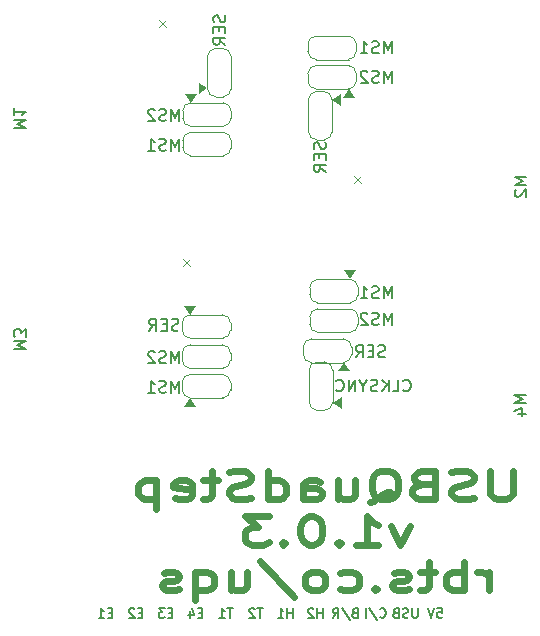
<source format=gbr>
G04 #@! TF.GenerationSoftware,KiCad,Pcbnew,(5.99.0-11678-ga208dac8d8)*
G04 #@! TF.CreationDate,2021-08-12T16:35:18+03:00*
G04 #@! TF.ProjectId,StepperDriverModuleCarrier,53746570-7065-4724-9472-697665724d6f,rev?*
G04 #@! TF.SameCoordinates,Original*
G04 #@! TF.FileFunction,Legend,Bot*
G04 #@! TF.FilePolarity,Positive*
%FSLAX46Y46*%
G04 Gerber Fmt 4.6, Leading zero omitted, Abs format (unit mm)*
G04 Created by KiCad (PCBNEW (5.99.0-11678-ga208dac8d8)) date 2021-08-12 16:35:18*
%MOMM*%
%LPD*%
G01*
G04 APERTURE LIST*
%ADD10C,0.000000*%
%ADD11C,0.150000*%
%ADD12C,0.600000*%
%ADD13C,0.120000*%
G04 APERTURE END LIST*
D10*
G36*
X129150000Y-60750000D02*
G01*
X128150000Y-60750000D01*
X128650000Y-60000000D01*
X129150000Y-60750000D01*
G37*
G36*
X116700000Y-59950000D02*
G01*
X115950000Y-60449999D01*
X115950000Y-59450001D01*
X116700000Y-59950000D01*
G37*
G36*
X115750001Y-86900000D02*
G01*
X114750001Y-86900000D01*
X115250000Y-86150000D01*
X115750001Y-86900000D01*
G37*
G36*
X115250000Y-79100000D02*
G01*
X114749999Y-78350000D01*
X115749999Y-78350000D01*
X115250000Y-79100000D01*
G37*
G36*
X128800000Y-76100000D02*
G01*
X128300001Y-75350000D01*
X129299999Y-75350000D01*
X128800000Y-76100000D01*
G37*
G36*
X128050000Y-87049999D02*
G01*
X127300000Y-86550000D01*
X128050000Y-86049999D01*
X128050000Y-87049999D01*
G37*
G36*
X115300000Y-61150000D02*
G01*
X114799999Y-60400000D01*
X115799999Y-60400000D01*
X115300000Y-61150000D01*
G37*
G36*
X128750001Y-83900000D02*
G01*
X127750001Y-83900000D01*
X128250000Y-83150000D01*
X128750001Y-83900000D01*
G37*
G36*
X128000000Y-61399999D02*
G01*
X127250000Y-60900000D01*
X128000000Y-60400001D01*
X128000000Y-61399999D01*
G37*
D11*
X121386523Y-103955904D02*
X120929380Y-103955904D01*
X121157952Y-104755904D02*
X121157952Y-103955904D01*
X120700809Y-104032095D02*
X120662714Y-103994000D01*
X120586523Y-103955904D01*
X120396047Y-103955904D01*
X120319857Y-103994000D01*
X120281761Y-104032095D01*
X120243666Y-104108285D01*
X120243666Y-104184476D01*
X120281761Y-104298761D01*
X120738904Y-104755904D01*
X120243666Y-104755904D01*
X111169380Y-104336857D02*
X110902714Y-104336857D01*
X110788428Y-104755904D02*
X111169380Y-104755904D01*
X111169380Y-103955904D01*
X110788428Y-103955904D01*
X110483666Y-104032095D02*
X110445571Y-103994000D01*
X110369380Y-103955904D01*
X110178904Y-103955904D01*
X110102714Y-103994000D01*
X110064619Y-104032095D01*
X110026523Y-104108285D01*
X110026523Y-104184476D01*
X110064619Y-104298761D01*
X110521761Y-104755904D01*
X110026523Y-104755904D01*
X131298904Y-104679714D02*
X131337000Y-104717809D01*
X131451285Y-104755904D01*
X131527476Y-104755904D01*
X131641761Y-104717809D01*
X131717952Y-104641619D01*
X131756047Y-104565428D01*
X131794142Y-104413047D01*
X131794142Y-104298761D01*
X131756047Y-104146380D01*
X131717952Y-104070190D01*
X131641761Y-103994000D01*
X131527476Y-103955904D01*
X131451285Y-103955904D01*
X131337000Y-103994000D01*
X131298904Y-104032095D01*
X130384619Y-103917809D02*
X131070333Y-104946380D01*
X130117952Y-104755904D02*
X130117952Y-103955904D01*
X116249380Y-104336857D02*
X115982714Y-104336857D01*
X115868428Y-104755904D02*
X116249380Y-104755904D01*
X116249380Y-103955904D01*
X115868428Y-103955904D01*
X115182714Y-104222571D02*
X115182714Y-104755904D01*
X115373190Y-103917809D02*
X115563666Y-104489238D01*
X115068428Y-104489238D01*
X123926523Y-104755904D02*
X123926523Y-103955904D01*
X123926523Y-104336857D02*
X123469380Y-104336857D01*
X123469380Y-104755904D02*
X123469380Y-103955904D01*
X122669380Y-104755904D02*
X123126523Y-104755904D01*
X122897952Y-104755904D02*
X122897952Y-103955904D01*
X122974142Y-104070190D01*
X123050333Y-104146380D01*
X123126523Y-104184476D01*
X126466523Y-104755904D02*
X126466523Y-103955904D01*
X126466523Y-104336857D02*
X126009380Y-104336857D01*
X126009380Y-104755904D02*
X126009380Y-103955904D01*
X125666523Y-104032095D02*
X125628428Y-103994000D01*
X125552238Y-103955904D01*
X125361761Y-103955904D01*
X125285571Y-103994000D01*
X125247476Y-104032095D01*
X125209380Y-104108285D01*
X125209380Y-104184476D01*
X125247476Y-104298761D01*
X125704619Y-104755904D01*
X125209380Y-104755904D01*
X136169380Y-103955904D02*
X136550333Y-103955904D01*
X136588428Y-104336857D01*
X136550333Y-104298761D01*
X136474142Y-104260666D01*
X136283666Y-104260666D01*
X136207476Y-104298761D01*
X136169380Y-104336857D01*
X136131285Y-104413047D01*
X136131285Y-104603523D01*
X136169380Y-104679714D01*
X136207476Y-104717809D01*
X136283666Y-104755904D01*
X136474142Y-104755904D01*
X136550333Y-104717809D01*
X136588428Y-104679714D01*
X135902714Y-103955904D02*
X135636047Y-104755904D01*
X135369380Y-103955904D01*
X113709380Y-104336857D02*
X113442714Y-104336857D01*
X113328428Y-104755904D02*
X113709380Y-104755904D01*
X113709380Y-103955904D01*
X113328428Y-103955904D01*
X113061761Y-103955904D02*
X112566523Y-103955904D01*
X112833190Y-104260666D01*
X112718904Y-104260666D01*
X112642714Y-104298761D01*
X112604619Y-104336857D01*
X112566523Y-104413047D01*
X112566523Y-104603523D01*
X112604619Y-104679714D01*
X112642714Y-104717809D01*
X112718904Y-104755904D01*
X112947476Y-104755904D01*
X113023666Y-104717809D01*
X113061761Y-104679714D01*
D12*
X142542857Y-92321714D02*
X142542857Y-94264571D01*
X142385714Y-94493142D01*
X142228571Y-94607428D01*
X141914285Y-94721714D01*
X141285714Y-94721714D01*
X140971428Y-94607428D01*
X140814285Y-94493142D01*
X140657142Y-94264571D01*
X140657142Y-92321714D01*
X139242857Y-94607428D02*
X138771428Y-94721714D01*
X137985714Y-94721714D01*
X137671428Y-94607428D01*
X137514285Y-94493142D01*
X137357142Y-94264571D01*
X137357142Y-94036000D01*
X137514285Y-93807428D01*
X137671428Y-93693142D01*
X137985714Y-93578857D01*
X138614285Y-93464571D01*
X138928571Y-93350285D01*
X139085714Y-93236000D01*
X139242857Y-93007428D01*
X139242857Y-92778857D01*
X139085714Y-92550285D01*
X138928571Y-92436000D01*
X138614285Y-92321714D01*
X137828571Y-92321714D01*
X137357142Y-92436000D01*
X134842857Y-93464571D02*
X134371428Y-93578857D01*
X134214285Y-93693142D01*
X134057142Y-93921714D01*
X134057142Y-94264571D01*
X134214285Y-94493142D01*
X134371428Y-94607428D01*
X134685714Y-94721714D01*
X135942857Y-94721714D01*
X135942857Y-92321714D01*
X134842857Y-92321714D01*
X134528571Y-92436000D01*
X134371428Y-92550285D01*
X134214285Y-92778857D01*
X134214285Y-93007428D01*
X134371428Y-93236000D01*
X134528571Y-93350285D01*
X134842857Y-93464571D01*
X135942857Y-93464571D01*
X130442857Y-94950285D02*
X130757142Y-94836000D01*
X131071428Y-94607428D01*
X131542857Y-94264571D01*
X131857142Y-94150285D01*
X132171428Y-94150285D01*
X132014285Y-94721714D02*
X132328571Y-94607428D01*
X132642857Y-94378857D01*
X132800000Y-93921714D01*
X132800000Y-93121714D01*
X132642857Y-92664571D01*
X132328571Y-92436000D01*
X132014285Y-92321714D01*
X131385714Y-92321714D01*
X131071428Y-92436000D01*
X130757142Y-92664571D01*
X130600000Y-93121714D01*
X130600000Y-93921714D01*
X130757142Y-94378857D01*
X131071428Y-94607428D01*
X131385714Y-94721714D01*
X132014285Y-94721714D01*
X127771428Y-93121714D02*
X127771428Y-94721714D01*
X129185714Y-93121714D02*
X129185714Y-94378857D01*
X129028571Y-94607428D01*
X128714285Y-94721714D01*
X128242857Y-94721714D01*
X127928571Y-94607428D01*
X127771428Y-94493142D01*
X124785714Y-94721714D02*
X124785714Y-93464571D01*
X124942857Y-93236000D01*
X125257142Y-93121714D01*
X125885714Y-93121714D01*
X126200000Y-93236000D01*
X124785714Y-94607428D02*
X125100000Y-94721714D01*
X125885714Y-94721714D01*
X126200000Y-94607428D01*
X126357142Y-94378857D01*
X126357142Y-94150285D01*
X126200000Y-93921714D01*
X125885714Y-93807428D01*
X125100000Y-93807428D01*
X124785714Y-93693142D01*
X121800000Y-94721714D02*
X121800000Y-92321714D01*
X121800000Y-94607428D02*
X122114285Y-94721714D01*
X122742857Y-94721714D01*
X123057142Y-94607428D01*
X123214285Y-94493142D01*
X123371428Y-94264571D01*
X123371428Y-93578857D01*
X123214285Y-93350285D01*
X123057142Y-93236000D01*
X122742857Y-93121714D01*
X122114285Y-93121714D01*
X121800000Y-93236000D01*
X120385714Y-94607428D02*
X119914285Y-94721714D01*
X119128571Y-94721714D01*
X118814285Y-94607428D01*
X118657142Y-94493142D01*
X118500000Y-94264571D01*
X118500000Y-94036000D01*
X118657142Y-93807428D01*
X118814285Y-93693142D01*
X119128571Y-93578857D01*
X119757142Y-93464571D01*
X120071428Y-93350285D01*
X120228571Y-93236000D01*
X120385714Y-93007428D01*
X120385714Y-92778857D01*
X120228571Y-92550285D01*
X120071428Y-92436000D01*
X119757142Y-92321714D01*
X118971428Y-92321714D01*
X118500000Y-92436000D01*
X117557142Y-93121714D02*
X116300000Y-93121714D01*
X117085714Y-92321714D02*
X117085714Y-94378857D01*
X116928571Y-94607428D01*
X116614285Y-94721714D01*
X116300000Y-94721714D01*
X113942857Y-94607428D02*
X114257142Y-94721714D01*
X114885714Y-94721714D01*
X115200000Y-94607428D01*
X115357142Y-94378857D01*
X115357142Y-93464571D01*
X115200000Y-93236000D01*
X114885714Y-93121714D01*
X114257142Y-93121714D01*
X113942857Y-93236000D01*
X113785714Y-93464571D01*
X113785714Y-93693142D01*
X115357142Y-93921714D01*
X112371428Y-93121714D02*
X112371428Y-95521714D01*
X112371428Y-93236000D02*
X112057142Y-93121714D01*
X111428571Y-93121714D01*
X111114285Y-93236000D01*
X110957142Y-93350285D01*
X110800000Y-93578857D01*
X110800000Y-94264571D01*
X110957142Y-94493142D01*
X111114285Y-94607428D01*
X111428571Y-94721714D01*
X112057142Y-94721714D01*
X112371428Y-94607428D01*
X133821428Y-96985714D02*
X133035714Y-98585714D01*
X132250000Y-96985714D01*
X129264285Y-98585714D02*
X131150000Y-98585714D01*
X130207142Y-98585714D02*
X130207142Y-96185714D01*
X130521428Y-96528571D01*
X130835714Y-96757142D01*
X131150000Y-96871428D01*
X127850000Y-98357142D02*
X127692857Y-98471428D01*
X127850000Y-98585714D01*
X128007142Y-98471428D01*
X127850000Y-98357142D01*
X127850000Y-98585714D01*
X125650000Y-96185714D02*
X125335714Y-96185714D01*
X125021428Y-96300000D01*
X124864285Y-96414285D01*
X124707142Y-96642857D01*
X124550000Y-97100000D01*
X124550000Y-97671428D01*
X124707142Y-98128571D01*
X124864285Y-98357142D01*
X125021428Y-98471428D01*
X125335714Y-98585714D01*
X125650000Y-98585714D01*
X125964285Y-98471428D01*
X126121428Y-98357142D01*
X126278571Y-98128571D01*
X126435714Y-97671428D01*
X126435714Y-97100000D01*
X126278571Y-96642857D01*
X126121428Y-96414285D01*
X125964285Y-96300000D01*
X125650000Y-96185714D01*
X123135714Y-98357142D02*
X122978571Y-98471428D01*
X123135714Y-98585714D01*
X123292857Y-98471428D01*
X123135714Y-98357142D01*
X123135714Y-98585714D01*
X121878571Y-96185714D02*
X119835714Y-96185714D01*
X120935714Y-97100000D01*
X120464285Y-97100000D01*
X120150000Y-97214285D01*
X119992857Y-97328571D01*
X119835714Y-97557142D01*
X119835714Y-98128571D01*
X119992857Y-98357142D01*
X120150000Y-98471428D01*
X120464285Y-98585714D01*
X121407142Y-98585714D01*
X121721428Y-98471428D01*
X121878571Y-98357142D01*
X140500000Y-102449714D02*
X140500000Y-100849714D01*
X140500000Y-101306857D02*
X140342857Y-101078285D01*
X140185714Y-100964000D01*
X139871428Y-100849714D01*
X139557142Y-100849714D01*
X138457142Y-102449714D02*
X138457142Y-100049714D01*
X138457142Y-100964000D02*
X138142857Y-100849714D01*
X137514285Y-100849714D01*
X137200000Y-100964000D01*
X137042857Y-101078285D01*
X136885714Y-101306857D01*
X136885714Y-101992571D01*
X137042857Y-102221142D01*
X137200000Y-102335428D01*
X137514285Y-102449714D01*
X138142857Y-102449714D01*
X138457142Y-102335428D01*
X135942857Y-100849714D02*
X134685714Y-100849714D01*
X135471428Y-100049714D02*
X135471428Y-102106857D01*
X135314285Y-102335428D01*
X135000000Y-102449714D01*
X134685714Y-102449714D01*
X133742857Y-102335428D02*
X133428571Y-102449714D01*
X132800000Y-102449714D01*
X132485714Y-102335428D01*
X132328571Y-102106857D01*
X132328571Y-101992571D01*
X132485714Y-101764000D01*
X132800000Y-101649714D01*
X133271428Y-101649714D01*
X133585714Y-101535428D01*
X133742857Y-101306857D01*
X133742857Y-101192571D01*
X133585714Y-100964000D01*
X133271428Y-100849714D01*
X132800000Y-100849714D01*
X132485714Y-100964000D01*
X130914285Y-102221142D02*
X130757142Y-102335428D01*
X130914285Y-102449714D01*
X131071428Y-102335428D01*
X130914285Y-102221142D01*
X130914285Y-102449714D01*
X127928571Y-102335428D02*
X128242857Y-102449714D01*
X128871428Y-102449714D01*
X129185714Y-102335428D01*
X129342857Y-102221142D01*
X129500000Y-101992571D01*
X129500000Y-101306857D01*
X129342857Y-101078285D01*
X129185714Y-100964000D01*
X128871428Y-100849714D01*
X128242857Y-100849714D01*
X127928571Y-100964000D01*
X126042857Y-102449714D02*
X126357142Y-102335428D01*
X126514285Y-102221142D01*
X126671428Y-101992571D01*
X126671428Y-101306857D01*
X126514285Y-101078285D01*
X126357142Y-100964000D01*
X126042857Y-100849714D01*
X125571428Y-100849714D01*
X125257142Y-100964000D01*
X125100000Y-101078285D01*
X124942857Y-101306857D01*
X124942857Y-101992571D01*
X125100000Y-102221142D01*
X125257142Y-102335428D01*
X125571428Y-102449714D01*
X126042857Y-102449714D01*
X121171428Y-99935428D02*
X124000000Y-103021142D01*
X118657142Y-100849714D02*
X118657142Y-102449714D01*
X120071428Y-100849714D02*
X120071428Y-102106857D01*
X119914285Y-102335428D01*
X119600000Y-102449714D01*
X119128571Y-102449714D01*
X118814285Y-102335428D01*
X118657142Y-102221142D01*
X115671428Y-100849714D02*
X115671428Y-103249714D01*
X115671428Y-102335428D02*
X115985714Y-102449714D01*
X116614285Y-102449714D01*
X116928571Y-102335428D01*
X117085714Y-102221142D01*
X117242857Y-101992571D01*
X117242857Y-101306857D01*
X117085714Y-101078285D01*
X116928571Y-100964000D01*
X116614285Y-100849714D01*
X115985714Y-100849714D01*
X115671428Y-100964000D01*
X114257142Y-102335428D02*
X113942857Y-102449714D01*
X113314285Y-102449714D01*
X113000000Y-102335428D01*
X112842857Y-102106857D01*
X112842857Y-101992571D01*
X113000000Y-101764000D01*
X113314285Y-101649714D01*
X113785714Y-101649714D01*
X114100000Y-101535428D01*
X114257142Y-101306857D01*
X114257142Y-101192571D01*
X114100000Y-100964000D01*
X113785714Y-100849714D01*
X113314285Y-100849714D01*
X113000000Y-100964000D01*
D11*
X118846523Y-103955904D02*
X118389380Y-103955904D01*
X118617952Y-104755904D02*
X118617952Y-103955904D01*
X117703666Y-104755904D02*
X118160809Y-104755904D01*
X117932238Y-104755904D02*
X117932238Y-103955904D01*
X118008428Y-104070190D01*
X118084619Y-104146380D01*
X118160809Y-104184476D01*
X134486523Y-103955904D02*
X134486523Y-104603523D01*
X134448428Y-104679714D01*
X134410333Y-104717809D01*
X134334142Y-104755904D01*
X134181761Y-104755904D01*
X134105571Y-104717809D01*
X134067476Y-104679714D01*
X134029380Y-104603523D01*
X134029380Y-103955904D01*
X133686523Y-104717809D02*
X133572238Y-104755904D01*
X133381761Y-104755904D01*
X133305571Y-104717809D01*
X133267476Y-104679714D01*
X133229380Y-104603523D01*
X133229380Y-104527333D01*
X133267476Y-104451142D01*
X133305571Y-104413047D01*
X133381761Y-104374952D01*
X133534142Y-104336857D01*
X133610333Y-104298761D01*
X133648428Y-104260666D01*
X133686523Y-104184476D01*
X133686523Y-104108285D01*
X133648428Y-104032095D01*
X133610333Y-103994000D01*
X133534142Y-103955904D01*
X133343666Y-103955904D01*
X133229380Y-103994000D01*
X132619857Y-104336857D02*
X132505571Y-104374952D01*
X132467476Y-104413047D01*
X132429380Y-104489238D01*
X132429380Y-104603523D01*
X132467476Y-104679714D01*
X132505571Y-104717809D01*
X132581761Y-104755904D01*
X132886523Y-104755904D01*
X132886523Y-103955904D01*
X132619857Y-103955904D01*
X132543666Y-103994000D01*
X132505571Y-104032095D01*
X132467476Y-104108285D01*
X132467476Y-104184476D01*
X132505571Y-104260666D01*
X132543666Y-104298761D01*
X132619857Y-104336857D01*
X132886523Y-104336857D01*
X129158904Y-104336857D02*
X129044619Y-104374952D01*
X129006523Y-104413047D01*
X128968428Y-104489238D01*
X128968428Y-104603523D01*
X129006523Y-104679714D01*
X129044619Y-104717809D01*
X129120809Y-104755904D01*
X129425571Y-104755904D01*
X129425571Y-103955904D01*
X129158904Y-103955904D01*
X129082714Y-103994000D01*
X129044619Y-104032095D01*
X129006523Y-104108285D01*
X129006523Y-104184476D01*
X129044619Y-104260666D01*
X129082714Y-104298761D01*
X129158904Y-104336857D01*
X129425571Y-104336857D01*
X128054142Y-103917809D02*
X128739857Y-104946380D01*
X127330333Y-104755904D02*
X127597000Y-104374952D01*
X127787476Y-104755904D02*
X127787476Y-103955904D01*
X127482714Y-103955904D01*
X127406523Y-103994000D01*
X127368428Y-104032095D01*
X127330333Y-104108285D01*
X127330333Y-104222571D01*
X127368428Y-104298761D01*
X127406523Y-104336857D01*
X127482714Y-104374952D01*
X127787476Y-104374952D01*
X108629380Y-104336857D02*
X108362714Y-104336857D01*
X108248428Y-104755904D02*
X108629380Y-104755904D01*
X108629380Y-103955904D01*
X108248428Y-103955904D01*
X107486523Y-104755904D02*
X107943666Y-104755904D01*
X107715095Y-104755904D02*
X107715095Y-103955904D01*
X107791285Y-104070190D01*
X107867476Y-104146380D01*
X107943666Y-104184476D01*
G04 #@! TO.C,M3*
X100297619Y-82009523D02*
X101297619Y-82009523D01*
X100583333Y-81676190D01*
X101297619Y-81342857D01*
X100297619Y-81342857D01*
X101297619Y-80961904D02*
X101297619Y-80342857D01*
X100916666Y-80676190D01*
X100916666Y-80533333D01*
X100869047Y-80438095D01*
X100821428Y-80390476D01*
X100726190Y-80342857D01*
X100488095Y-80342857D01*
X100392857Y-80390476D01*
X100345238Y-80438095D01*
X100297619Y-80533333D01*
X100297619Y-80819047D01*
X100345238Y-80914285D01*
X100392857Y-80961904D01*
G04 #@! TO.C,M1*
X100297619Y-63309523D02*
X101297619Y-63309523D01*
X100583333Y-62976190D01*
X101297619Y-62642857D01*
X100297619Y-62642857D01*
X100297619Y-61642857D02*
X100297619Y-62214285D01*
X100297619Y-61928571D02*
X101297619Y-61928571D01*
X101154761Y-62023809D01*
X101059523Y-62119047D01*
X101011904Y-62214285D01*
G04 #@! TO.C,M4*
X143677380Y-85940476D02*
X142677380Y-85940476D01*
X143391666Y-86273809D01*
X142677380Y-86607142D01*
X143677380Y-86607142D01*
X143010714Y-87511904D02*
X143677380Y-87511904D01*
X142629761Y-87273809D02*
X143344047Y-87035714D01*
X143344047Y-87654761D01*
G04 #@! TO.C,M2*
X143702380Y-67440476D02*
X142702380Y-67440476D01*
X143416666Y-67773809D01*
X142702380Y-68107142D01*
X143702380Y-68107142D01*
X142797619Y-68535714D02*
X142750000Y-68583333D01*
X142702380Y-68678571D01*
X142702380Y-68916666D01*
X142750000Y-69011904D01*
X142797619Y-69059523D01*
X142892857Y-69107142D01*
X142988095Y-69107142D01*
X143130952Y-69059523D01*
X143702380Y-68488095D01*
X143702380Y-69107142D01*
G04 #@! TO.C,JP10*
X118154761Y-53761904D02*
X118202380Y-53904761D01*
X118202380Y-54142857D01*
X118154761Y-54238095D01*
X118107142Y-54285714D01*
X118011904Y-54333333D01*
X117916666Y-54333333D01*
X117821428Y-54285714D01*
X117773809Y-54238095D01*
X117726190Y-54142857D01*
X117678571Y-53952380D01*
X117630952Y-53857142D01*
X117583333Y-53809523D01*
X117488095Y-53761904D01*
X117392857Y-53761904D01*
X117297619Y-53809523D01*
X117250000Y-53857142D01*
X117202380Y-53952380D01*
X117202380Y-54190476D01*
X117250000Y-54333333D01*
X117678571Y-54761904D02*
X117678571Y-55095238D01*
X118202380Y-55238095D02*
X118202380Y-54761904D01*
X117202380Y-54761904D01*
X117202380Y-55238095D01*
X118202380Y-56238095D02*
X117726190Y-55904761D01*
X118202380Y-55666666D02*
X117202380Y-55666666D01*
X117202380Y-56047619D01*
X117250000Y-56142857D01*
X117297619Y-56190476D01*
X117392857Y-56238095D01*
X117535714Y-56238095D01*
X117630952Y-56190476D01*
X117678571Y-56142857D01*
X117726190Y-56047619D01*
X117726190Y-55666666D01*
G04 #@! TO.C,JP2*
X114285714Y-65202380D02*
X114285714Y-64202380D01*
X113952380Y-64916666D01*
X113619047Y-64202380D01*
X113619047Y-65202380D01*
X113190476Y-65154761D02*
X113047619Y-65202380D01*
X112809523Y-65202380D01*
X112714285Y-65154761D01*
X112666666Y-65107142D01*
X112619047Y-65011904D01*
X112619047Y-64916666D01*
X112666666Y-64821428D01*
X112714285Y-64773809D01*
X112809523Y-64726190D01*
X113000000Y-64678571D01*
X113095238Y-64630952D01*
X113142857Y-64583333D01*
X113190476Y-64488095D01*
X113190476Y-64392857D01*
X113142857Y-64297619D01*
X113095238Y-64250000D01*
X113000000Y-64202380D01*
X112761904Y-64202380D01*
X112619047Y-64250000D01*
X111666666Y-65202380D02*
X112238095Y-65202380D01*
X111952380Y-65202380D02*
X111952380Y-64202380D01*
X112047619Y-64345238D01*
X112142857Y-64440476D01*
X112238095Y-64488095D01*
G04 #@! TO.C,JP13*
X131738095Y-82654761D02*
X131595238Y-82702380D01*
X131357142Y-82702380D01*
X131261904Y-82654761D01*
X131214285Y-82607142D01*
X131166666Y-82511904D01*
X131166666Y-82416666D01*
X131214285Y-82321428D01*
X131261904Y-82273809D01*
X131357142Y-82226190D01*
X131547619Y-82178571D01*
X131642857Y-82130952D01*
X131690476Y-82083333D01*
X131738095Y-81988095D01*
X131738095Y-81892857D01*
X131690476Y-81797619D01*
X131642857Y-81750000D01*
X131547619Y-81702380D01*
X131309523Y-81702380D01*
X131166666Y-81750000D01*
X130738095Y-82178571D02*
X130404761Y-82178571D01*
X130261904Y-82702380D02*
X130738095Y-82702380D01*
X130738095Y-81702380D01*
X130261904Y-81702380D01*
X129261904Y-82702380D02*
X129595238Y-82226190D01*
X129833333Y-82702380D02*
X129833333Y-81702380D01*
X129452380Y-81702380D01*
X129357142Y-81750000D01*
X129309523Y-81797619D01*
X129261904Y-81892857D01*
X129261904Y-82035714D01*
X129309523Y-82130952D01*
X129357142Y-82178571D01*
X129452380Y-82226190D01*
X129833333Y-82226190D01*
G04 #@! TO.C,JP8*
X132285714Y-77702380D02*
X132285714Y-76702380D01*
X131952380Y-77416666D01*
X131619047Y-76702380D01*
X131619047Y-77702380D01*
X131190476Y-77654761D02*
X131047619Y-77702380D01*
X130809523Y-77702380D01*
X130714285Y-77654761D01*
X130666666Y-77607142D01*
X130619047Y-77511904D01*
X130619047Y-77416666D01*
X130666666Y-77321428D01*
X130714285Y-77273809D01*
X130809523Y-77226190D01*
X131000000Y-77178571D01*
X131095238Y-77130952D01*
X131142857Y-77083333D01*
X131190476Y-76988095D01*
X131190476Y-76892857D01*
X131142857Y-76797619D01*
X131095238Y-76750000D01*
X131000000Y-76702380D01*
X130761904Y-76702380D01*
X130619047Y-76750000D01*
X129666666Y-77702380D02*
X130238095Y-77702380D01*
X129952380Y-77702380D02*
X129952380Y-76702380D01*
X130047619Y-76845238D01*
X130142857Y-76940476D01*
X130238095Y-76988095D01*
G04 #@! TO.C,JP11*
X126654761Y-64511904D02*
X126702380Y-64654761D01*
X126702380Y-64892857D01*
X126654761Y-64988095D01*
X126607142Y-65035714D01*
X126511904Y-65083333D01*
X126416666Y-65083333D01*
X126321428Y-65035714D01*
X126273809Y-64988095D01*
X126226190Y-64892857D01*
X126178571Y-64702380D01*
X126130952Y-64607142D01*
X126083333Y-64559523D01*
X125988095Y-64511904D01*
X125892857Y-64511904D01*
X125797619Y-64559523D01*
X125750000Y-64607142D01*
X125702380Y-64702380D01*
X125702380Y-64940476D01*
X125750000Y-65083333D01*
X126178571Y-65511904D02*
X126178571Y-65845238D01*
X126702380Y-65988095D02*
X126702380Y-65511904D01*
X125702380Y-65511904D01*
X125702380Y-65988095D01*
X126702380Y-66988095D02*
X126226190Y-66654761D01*
X126702380Y-66416666D02*
X125702380Y-66416666D01*
X125702380Y-66797619D01*
X125750000Y-66892857D01*
X125797619Y-66940476D01*
X125892857Y-66988095D01*
X126035714Y-66988095D01*
X126130952Y-66940476D01*
X126178571Y-66892857D01*
X126226190Y-66797619D01*
X126226190Y-66416666D01*
G04 #@! TO.C,JP9*
X132285714Y-79952380D02*
X132285714Y-78952380D01*
X131952380Y-79666666D01*
X131619047Y-78952380D01*
X131619047Y-79952380D01*
X131190476Y-79904761D02*
X131047619Y-79952380D01*
X130809523Y-79952380D01*
X130714285Y-79904761D01*
X130666666Y-79857142D01*
X130619047Y-79761904D01*
X130619047Y-79666666D01*
X130666666Y-79571428D01*
X130714285Y-79523809D01*
X130809523Y-79476190D01*
X131000000Y-79428571D01*
X131095238Y-79380952D01*
X131142857Y-79333333D01*
X131190476Y-79238095D01*
X131190476Y-79142857D01*
X131142857Y-79047619D01*
X131095238Y-79000000D01*
X131000000Y-78952380D01*
X130761904Y-78952380D01*
X130619047Y-79000000D01*
X130238095Y-79047619D02*
X130190476Y-79000000D01*
X130095238Y-78952380D01*
X129857142Y-78952380D01*
X129761904Y-79000000D01*
X129714285Y-79047619D01*
X129666666Y-79142857D01*
X129666666Y-79238095D01*
X129714285Y-79380952D01*
X130285714Y-79952380D01*
X129666666Y-79952380D01*
G04 #@! TO.C,JP4*
X132285714Y-56952380D02*
X132285714Y-55952380D01*
X131952380Y-56666666D01*
X131619047Y-55952380D01*
X131619047Y-56952380D01*
X131190476Y-56904761D02*
X131047619Y-56952380D01*
X130809523Y-56952380D01*
X130714285Y-56904761D01*
X130666666Y-56857142D01*
X130619047Y-56761904D01*
X130619047Y-56666666D01*
X130666666Y-56571428D01*
X130714285Y-56523809D01*
X130809523Y-56476190D01*
X131000000Y-56428571D01*
X131095238Y-56380952D01*
X131142857Y-56333333D01*
X131190476Y-56238095D01*
X131190476Y-56142857D01*
X131142857Y-56047619D01*
X131095238Y-56000000D01*
X131000000Y-55952380D01*
X130761904Y-55952380D01*
X130619047Y-56000000D01*
X129666666Y-56952380D02*
X130238095Y-56952380D01*
X129952380Y-56952380D02*
X129952380Y-55952380D01*
X130047619Y-56095238D01*
X130142857Y-56190476D01*
X130238095Y-56238095D01*
G04 #@! TO.C,JP12*
X114238095Y-80404761D02*
X114095238Y-80452380D01*
X113857142Y-80452380D01*
X113761904Y-80404761D01*
X113714285Y-80357142D01*
X113666666Y-80261904D01*
X113666666Y-80166666D01*
X113714285Y-80071428D01*
X113761904Y-80023809D01*
X113857142Y-79976190D01*
X114047619Y-79928571D01*
X114142857Y-79880952D01*
X114190476Y-79833333D01*
X114238095Y-79738095D01*
X114238095Y-79642857D01*
X114190476Y-79547619D01*
X114142857Y-79500000D01*
X114047619Y-79452380D01*
X113809523Y-79452380D01*
X113666666Y-79500000D01*
X113238095Y-79928571D02*
X112904761Y-79928571D01*
X112761904Y-80452380D02*
X113238095Y-80452380D01*
X113238095Y-79452380D01*
X112761904Y-79452380D01*
X111761904Y-80452380D02*
X112095238Y-79976190D01*
X112333333Y-80452380D02*
X112333333Y-79452380D01*
X111952380Y-79452380D01*
X111857142Y-79500000D01*
X111809523Y-79547619D01*
X111761904Y-79642857D01*
X111761904Y-79785714D01*
X111809523Y-79880952D01*
X111857142Y-79928571D01*
X111952380Y-79976190D01*
X112333333Y-79976190D01*
G04 #@! TO.C,JP3*
X114285714Y-62702380D02*
X114285714Y-61702380D01*
X113952380Y-62416666D01*
X113619047Y-61702380D01*
X113619047Y-62702380D01*
X113190476Y-62654761D02*
X113047619Y-62702380D01*
X112809523Y-62702380D01*
X112714285Y-62654761D01*
X112666666Y-62607142D01*
X112619047Y-62511904D01*
X112619047Y-62416666D01*
X112666666Y-62321428D01*
X112714285Y-62273809D01*
X112809523Y-62226190D01*
X113000000Y-62178571D01*
X113095238Y-62130952D01*
X113142857Y-62083333D01*
X113190476Y-61988095D01*
X113190476Y-61892857D01*
X113142857Y-61797619D01*
X113095238Y-61750000D01*
X113000000Y-61702380D01*
X112761904Y-61702380D01*
X112619047Y-61750000D01*
X112238095Y-61797619D02*
X112190476Y-61750000D01*
X112095238Y-61702380D01*
X111857142Y-61702380D01*
X111761904Y-61750000D01*
X111714285Y-61797619D01*
X111666666Y-61892857D01*
X111666666Y-61988095D01*
X111714285Y-62130952D01*
X112285714Y-62702380D01*
X111666666Y-62702380D01*
G04 #@! TO.C,JP5*
X132285714Y-59452380D02*
X132285714Y-58452380D01*
X131952380Y-59166666D01*
X131619047Y-58452380D01*
X131619047Y-59452380D01*
X131190476Y-59404761D02*
X131047619Y-59452380D01*
X130809523Y-59452380D01*
X130714285Y-59404761D01*
X130666666Y-59357142D01*
X130619047Y-59261904D01*
X130619047Y-59166666D01*
X130666666Y-59071428D01*
X130714285Y-59023809D01*
X130809523Y-58976190D01*
X131000000Y-58928571D01*
X131095238Y-58880952D01*
X131142857Y-58833333D01*
X131190476Y-58738095D01*
X131190476Y-58642857D01*
X131142857Y-58547619D01*
X131095238Y-58500000D01*
X131000000Y-58452380D01*
X130761904Y-58452380D01*
X130619047Y-58500000D01*
X130238095Y-58547619D02*
X130190476Y-58500000D01*
X130095238Y-58452380D01*
X129857142Y-58452380D01*
X129761904Y-58500000D01*
X129714285Y-58547619D01*
X129666666Y-58642857D01*
X129666666Y-58738095D01*
X129714285Y-58880952D01*
X130285714Y-59452380D01*
X129666666Y-59452380D01*
G04 #@! TO.C,JP6*
X114285714Y-85702380D02*
X114285714Y-84702380D01*
X113952380Y-85416666D01*
X113619047Y-84702380D01*
X113619047Y-85702380D01*
X113190476Y-85654761D02*
X113047619Y-85702380D01*
X112809523Y-85702380D01*
X112714285Y-85654761D01*
X112666666Y-85607142D01*
X112619047Y-85511904D01*
X112619047Y-85416666D01*
X112666666Y-85321428D01*
X112714285Y-85273809D01*
X112809523Y-85226190D01*
X113000000Y-85178571D01*
X113095238Y-85130952D01*
X113142857Y-85083333D01*
X113190476Y-84988095D01*
X113190476Y-84892857D01*
X113142857Y-84797619D01*
X113095238Y-84750000D01*
X113000000Y-84702380D01*
X112761904Y-84702380D01*
X112619047Y-84750000D01*
X111666666Y-85702380D02*
X112238095Y-85702380D01*
X111952380Y-85702380D02*
X111952380Y-84702380D01*
X112047619Y-84845238D01*
X112142857Y-84940476D01*
X112238095Y-84988095D01*
G04 #@! TO.C,JP7*
X114285714Y-83202380D02*
X114285714Y-82202380D01*
X113952380Y-82916666D01*
X113619047Y-82202380D01*
X113619047Y-83202380D01*
X113190476Y-83154761D02*
X113047619Y-83202380D01*
X112809523Y-83202380D01*
X112714285Y-83154761D01*
X112666666Y-83107142D01*
X112619047Y-83011904D01*
X112619047Y-82916666D01*
X112666666Y-82821428D01*
X112714285Y-82773809D01*
X112809523Y-82726190D01*
X113000000Y-82678571D01*
X113095238Y-82630952D01*
X113142857Y-82583333D01*
X113190476Y-82488095D01*
X113190476Y-82392857D01*
X113142857Y-82297619D01*
X113095238Y-82250000D01*
X113000000Y-82202380D01*
X112761904Y-82202380D01*
X112619047Y-82250000D01*
X112238095Y-82297619D02*
X112190476Y-82250000D01*
X112095238Y-82202380D01*
X111857142Y-82202380D01*
X111761904Y-82250000D01*
X111714285Y-82297619D01*
X111666666Y-82392857D01*
X111666666Y-82488095D01*
X111714285Y-82630952D01*
X112285714Y-83202380D01*
X111666666Y-83202380D01*
G04 #@! TO.C,JP1*
X133273809Y-85507142D02*
X133321428Y-85554761D01*
X133464285Y-85602380D01*
X133559523Y-85602380D01*
X133702380Y-85554761D01*
X133797619Y-85459523D01*
X133845238Y-85364285D01*
X133892857Y-85173809D01*
X133892857Y-85030952D01*
X133845238Y-84840476D01*
X133797619Y-84745238D01*
X133702380Y-84650000D01*
X133559523Y-84602380D01*
X133464285Y-84602380D01*
X133321428Y-84650000D01*
X133273809Y-84697619D01*
X132369047Y-85602380D02*
X132845238Y-85602380D01*
X132845238Y-84602380D01*
X132035714Y-85602380D02*
X132035714Y-84602380D01*
X131464285Y-85602380D02*
X131892857Y-85030952D01*
X131464285Y-84602380D02*
X132035714Y-85173809D01*
X131083333Y-85554761D02*
X130940476Y-85602380D01*
X130702380Y-85602380D01*
X130607142Y-85554761D01*
X130559523Y-85507142D01*
X130511904Y-85411904D01*
X130511904Y-85316666D01*
X130559523Y-85221428D01*
X130607142Y-85173809D01*
X130702380Y-85126190D01*
X130892857Y-85078571D01*
X130988095Y-85030952D01*
X131035714Y-84983333D01*
X131083333Y-84888095D01*
X131083333Y-84792857D01*
X131035714Y-84697619D01*
X130988095Y-84650000D01*
X130892857Y-84602380D01*
X130654761Y-84602380D01*
X130511904Y-84650000D01*
X129892857Y-85126190D02*
X129892857Y-85602380D01*
X130226190Y-84602380D02*
X129892857Y-85126190D01*
X129559523Y-84602380D01*
X129226190Y-85602380D02*
X129226190Y-84602380D01*
X128654761Y-85602380D01*
X128654761Y-84602380D01*
X127607142Y-85507142D02*
X127654761Y-85554761D01*
X127797619Y-85602380D01*
X127892857Y-85602380D01*
X128035714Y-85554761D01*
X128130952Y-85459523D01*
X128178571Y-85364285D01*
X128226190Y-85173809D01*
X128226190Y-85030952D01*
X128178571Y-84840476D01*
X128130952Y-84745238D01*
X128035714Y-84650000D01*
X127892857Y-84602380D01*
X127797619Y-84602380D01*
X127654761Y-84650000D01*
X127607142Y-84697619D01*
D13*
G04 #@! TO.C,C41*
X114653246Y-74984510D02*
X115218932Y-74418825D01*
X114653247Y-74418825D02*
X115218932Y-74984510D01*
G04 #@! TO.C,C39*
X129696753Y-67931175D02*
X129131068Y-67365490D01*
X129696754Y-67365490D02*
X129131068Y-67931175D01*
G04 #@! TO.C,C42*
X112618825Y-54746753D02*
X113184510Y-54181068D01*
X113184510Y-54746754D02*
X112618825Y-54181068D01*
G04 #@! TO.C,JP10*
X118000000Y-56550000D02*
X117400000Y-56550000D01*
X116700000Y-57200000D02*
X116700000Y-60000000D01*
X117400000Y-60650000D02*
X118000000Y-60650000D01*
X118700000Y-60000000D02*
X118700000Y-57200000D01*
X117400000Y-56550000D02*
G75*
G03*
X116700000Y-57250000I0J-700000D01*
G01*
X116700000Y-59950000D02*
G75*
G03*
X117400000Y-60650000I700000J0D01*
G01*
X118700000Y-57250000D02*
G75*
G03*
X118000000Y-56550000I-700000J0D01*
G01*
X118000000Y-60650000D02*
G75*
G03*
X118700000Y-59950000I0J700000D01*
G01*
G04 #@! TO.C,JP2*
X114600000Y-64350000D02*
X114600000Y-64950000D01*
X115250000Y-65650000D02*
X118050000Y-65650000D01*
X118700000Y-64950000D02*
X118700000Y-64350000D01*
X118050000Y-63650000D02*
X115250000Y-63650000D01*
X118000000Y-65650000D02*
G75*
G03*
X118700000Y-64950000I0J700000D01*
G01*
X115300000Y-63650000D02*
G75*
G03*
X114600000Y-64350000I0J-700000D01*
G01*
X118700000Y-64350000D02*
G75*
G03*
X118000000Y-63650000I-700000J0D01*
G01*
X114600000Y-64950000D02*
G75*
G03*
X115300000Y-65650000I700000J0D01*
G01*
G04 #@! TO.C,JP13*
X125450000Y-83150000D02*
X128250000Y-83150000D01*
X128900000Y-82450000D02*
X128900000Y-81850000D01*
X128250000Y-81150000D02*
X125450000Y-81150000D01*
X124800000Y-81850000D02*
X124800000Y-82450000D01*
X124800000Y-82450000D02*
G75*
G03*
X125500000Y-83150000I700000J0D01*
G01*
X125500000Y-81150000D02*
G75*
G03*
X124800000Y-81850000I0J-700000D01*
G01*
X128200000Y-83150000D02*
G75*
G03*
X128900000Y-82450000I0J700000D01*
G01*
X128900000Y-81850000D02*
G75*
G03*
X128200000Y-81150000I-700000J0D01*
G01*
G04 #@! TO.C,JP8*
X126000000Y-78100000D02*
X128800000Y-78100000D01*
X129450000Y-77400000D02*
X129450000Y-76800000D01*
X128800000Y-76100000D02*
X126000000Y-76100000D01*
X125350000Y-76800000D02*
X125350000Y-77400000D01*
X129450000Y-76800000D02*
G75*
G03*
X128750000Y-76100000I-700000J0D01*
G01*
X128750000Y-78100000D02*
G75*
G03*
X129450000Y-77400000I0J700000D01*
G01*
X125350000Y-77400000D02*
G75*
G03*
X126050000Y-78100000I700000J0D01*
G01*
X126050000Y-76100000D02*
G75*
G03*
X125350000Y-76800000I0J-700000D01*
G01*
G04 #@! TO.C,JP11*
X126550000Y-60200000D02*
X125950000Y-60200000D01*
X125950000Y-64300000D02*
X126550000Y-64300000D01*
X125250000Y-60850000D02*
X125250000Y-63650000D01*
X127250000Y-63650000D02*
X127250000Y-60850000D01*
X125950000Y-60200000D02*
G75*
G03*
X125250000Y-60900000I0J-700000D01*
G01*
X125250000Y-63600000D02*
G75*
G03*
X125950000Y-64300000I700000J0D01*
G01*
X127250000Y-60900000D02*
G75*
G03*
X126550000Y-60200000I-700000J0D01*
G01*
X126550000Y-64300000D02*
G75*
G03*
X127250000Y-63600000I0J700000D01*
G01*
G04 #@! TO.C,JP9*
X126000000Y-80600000D02*
X128800000Y-80600000D01*
X129450000Y-79900000D02*
X129450000Y-79300000D01*
X128800000Y-78600000D02*
X126000000Y-78600000D01*
X125350000Y-79300000D02*
X125350000Y-79900000D01*
X126050000Y-78600000D02*
G75*
G03*
X125350000Y-79300000I0J-700000D01*
G01*
X128750000Y-80600000D02*
G75*
G03*
X129450000Y-79900000I0J700000D01*
G01*
X125350000Y-79900000D02*
G75*
G03*
X126050000Y-80600000I700000J0D01*
G01*
X129450000Y-79300000D02*
G75*
G03*
X128750000Y-78600000I-700000J0D01*
G01*
G04 #@! TO.C,JP4*
X129300000Y-56800000D02*
X129300000Y-56200000D01*
X125850000Y-57500000D02*
X128650000Y-57500000D01*
X128650000Y-55500000D02*
X125850000Y-55500000D01*
X125200000Y-56200000D02*
X125200000Y-56800000D01*
X128600000Y-57500000D02*
G75*
G03*
X129300000Y-56800000I0J700000D01*
G01*
X125900000Y-55500000D02*
G75*
G03*
X125200000Y-56200000I0J-700000D01*
G01*
X125200000Y-56800000D02*
G75*
G03*
X125900000Y-57500000I700000J0D01*
G01*
X129300000Y-56200000D02*
G75*
G03*
X128600000Y-55500000I-700000J0D01*
G01*
G04 #@! TO.C,JP12*
X118650000Y-80400000D02*
X118650000Y-79800000D01*
X115200000Y-81100000D02*
X118000000Y-81100000D01*
X118000000Y-79100000D02*
X115200000Y-79100000D01*
X114550000Y-79800000D02*
X114550000Y-80400000D01*
X115250000Y-79100000D02*
G75*
G03*
X114550000Y-79800000I0J-700000D01*
G01*
X118650000Y-79800000D02*
G75*
G03*
X117950000Y-79100000I-700000J0D01*
G01*
X114550000Y-80400000D02*
G75*
G03*
X115250000Y-81100000I700000J0D01*
G01*
X117950000Y-81100000D02*
G75*
G03*
X118650000Y-80400000I0J700000D01*
G01*
G04 #@! TO.C,JP3*
X118050000Y-61150000D02*
X115250000Y-61150000D01*
X114600000Y-61850000D02*
X114600000Y-62450000D01*
X115250000Y-63150000D02*
X118050000Y-63150000D01*
X118700000Y-62450000D02*
X118700000Y-61850000D01*
X118700000Y-61850000D02*
G75*
G03*
X118000000Y-61150000I-700000J0D01*
G01*
X118000000Y-63150000D02*
G75*
G03*
X118700000Y-62450000I0J700000D01*
G01*
X114600000Y-62450000D02*
G75*
G03*
X115300000Y-63150000I700000J0D01*
G01*
X115300000Y-61150000D02*
G75*
G03*
X114600000Y-61850000I0J-700000D01*
G01*
G04 #@! TO.C,JP5*
X129300000Y-59300000D02*
X129300000Y-58700000D01*
X125850000Y-60000000D02*
X128650000Y-60000000D01*
X128650000Y-58000000D02*
X125850000Y-58000000D01*
X125200000Y-58700000D02*
X125200000Y-59300000D01*
X129300000Y-58700000D02*
G75*
G03*
X128600000Y-58000000I-700000J0D01*
G01*
X125200000Y-59300000D02*
G75*
G03*
X125900000Y-60000000I700000J0D01*
G01*
X125900000Y-58000000D02*
G75*
G03*
X125200000Y-58700000I0J-700000D01*
G01*
X128600000Y-60000000D02*
G75*
G03*
X129300000Y-59300000I0J700000D01*
G01*
G04 #@! TO.C,JP6*
X114550000Y-84850000D02*
X114550000Y-85450000D01*
X118650000Y-85450000D02*
X118650000Y-84850000D01*
X115200000Y-86150000D02*
X118000000Y-86150000D01*
X118000000Y-84150000D02*
X115200000Y-84150000D01*
X114550000Y-85450000D02*
G75*
G03*
X115250000Y-86150000I700000J0D01*
G01*
X118650000Y-84850000D02*
G75*
G03*
X117950000Y-84150000I-700000J0D01*
G01*
X117950000Y-86150000D02*
G75*
G03*
X118650000Y-85450000I0J700000D01*
G01*
X115250000Y-84150000D02*
G75*
G03*
X114550000Y-84850000I0J-700000D01*
G01*
G04 #@! TO.C,JP7*
X118650000Y-82950000D02*
X118650000Y-82350000D01*
X118000000Y-81650000D02*
X115200000Y-81650000D01*
X114550000Y-82350000D02*
X114550000Y-82950000D01*
X115200000Y-83650000D02*
X118000000Y-83650000D01*
X118650000Y-82350000D02*
G75*
G03*
X117950000Y-81650000I-700000J0D01*
G01*
X115250000Y-81650000D02*
G75*
G03*
X114550000Y-82350000I0J-700000D01*
G01*
X114550000Y-82950000D02*
G75*
G03*
X115250000Y-83650000I700000J0D01*
G01*
X117950000Y-83650000D02*
G75*
G03*
X118650000Y-82950000I0J700000D01*
G01*
G04 #@! TO.C,JP1*
X126600000Y-83100000D02*
X126000000Y-83100000D01*
X125300000Y-83750000D02*
X125300000Y-86550000D01*
X126000000Y-87200000D02*
X126600000Y-87200000D01*
X127300000Y-86550000D02*
X127300000Y-83750000D01*
X127300000Y-83800000D02*
G75*
G03*
X126600000Y-83100000I-700000J0D01*
G01*
X126600000Y-87200000D02*
G75*
G03*
X127300000Y-86500000I0J700000D01*
G01*
X125300000Y-86500000D02*
G75*
G03*
X126000000Y-87200000I700000J0D01*
G01*
X126000000Y-83100000D02*
G75*
G03*
X125300000Y-83800000I0J-700000D01*
G01*
G04 #@! TD*
M02*

</source>
